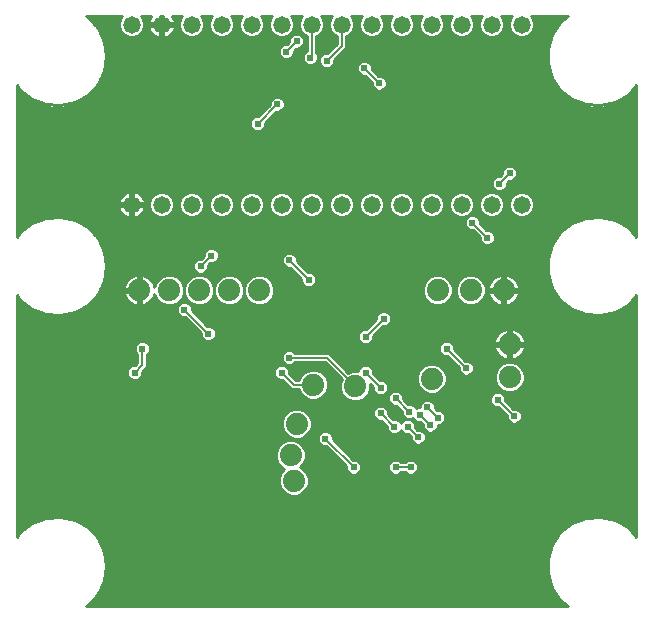
<source format=gbl>
G75*
%MOIN*%
%OFA0B0*%
%FSLAX24Y24*%
%IPPOS*%
%LPD*%
%AMOC8*
5,1,8,0,0,1.08239X$1,22.5*
%
%ADD10C,0.0740*%
%ADD11C,0.0580*%
%ADD12C,0.0100*%
%ADD13C,0.0240*%
%ADD14C,0.0060*%
D10*
X009500Y005400D03*
X009600Y004550D03*
X009700Y006450D03*
X010250Y007750D03*
X011650Y007700D03*
X014200Y007950D03*
X016800Y008000D03*
X016800Y009100D03*
X016600Y010900D03*
X015500Y010900D03*
X014400Y010900D03*
X008450Y010900D03*
X007450Y010900D03*
X006450Y010900D03*
X005450Y010900D03*
X004450Y010900D03*
D11*
X004200Y013750D03*
X005200Y013750D03*
X006200Y013750D03*
X007200Y013750D03*
X008200Y013750D03*
X009200Y013750D03*
X010200Y013750D03*
X011200Y013750D03*
X012200Y013750D03*
X013200Y013750D03*
X014200Y013750D03*
X015200Y013750D03*
X016200Y013750D03*
X017200Y013750D03*
X017200Y019750D03*
X016200Y019750D03*
X015200Y019750D03*
X014200Y019750D03*
X013200Y019750D03*
X012200Y019750D03*
X011200Y019750D03*
X010200Y019750D03*
X009200Y019750D03*
X008200Y019750D03*
X007200Y019750D03*
X006200Y019750D03*
X005200Y019750D03*
X004200Y019750D03*
D12*
X000380Y010740D02*
X000380Y002660D01*
X000490Y002822D01*
X000490Y002822D01*
X000875Y003129D01*
X000875Y003129D01*
X001333Y003309D01*
X001333Y003309D01*
X001823Y003345D01*
X001823Y003345D01*
X002303Y003236D01*
X002303Y003236D01*
X002729Y002990D01*
X002729Y002990D01*
X003063Y002629D01*
X003063Y002629D01*
X003277Y002186D01*
X003277Y002186D01*
X003350Y001700D01*
X003277Y001214D01*
X003277Y001214D01*
X003063Y000771D01*
X003063Y000771D01*
X002729Y000410D01*
X002729Y000410D01*
X002677Y000380D01*
X018738Y000380D01*
X018490Y000578D01*
X018490Y000578D01*
X018490Y000578D01*
X018213Y000984D01*
X018213Y000984D01*
X018068Y001454D01*
X018068Y001946D01*
X018213Y002416D01*
X018213Y002416D01*
X018490Y002822D01*
X018490Y002822D01*
X018490Y002822D01*
X018875Y003129D01*
X018875Y003129D01*
X019333Y003309D01*
X019333Y003309D01*
X019823Y003345D01*
X019823Y003345D01*
X020303Y003236D01*
X020303Y003236D01*
X020729Y002990D01*
X020729Y002990D01*
X021020Y002676D01*
X021020Y010724D01*
X020729Y010410D01*
X020729Y010410D01*
X020303Y010164D01*
X020303Y010164D01*
X019823Y010055D01*
X019823Y010055D01*
X019333Y010091D01*
X019333Y010091D01*
X018875Y010271D01*
X018875Y010271D01*
X018490Y010578D01*
X018490Y010578D01*
X018490Y010578D01*
X018213Y010984D01*
X018213Y010984D01*
X018068Y011454D01*
X018068Y011946D01*
X018068Y011946D01*
X018213Y012416D01*
X018490Y012822D01*
X018490Y012822D01*
X018875Y013129D01*
X019333Y013309D01*
X019333Y013309D01*
X019823Y013345D01*
X019823Y013345D01*
X020303Y013236D01*
X020303Y013236D01*
X020729Y012990D01*
X020729Y012990D01*
X021020Y012676D01*
X021020Y017724D01*
X020729Y017410D01*
X020303Y017164D01*
X020303Y017164D01*
X019823Y017055D01*
X019333Y017091D01*
X018875Y017271D01*
X018875Y017271D01*
X018490Y017578D01*
X018490Y017578D01*
X018490Y017578D01*
X018213Y017984D01*
X018213Y017984D01*
X018068Y018454D01*
X018068Y018946D01*
X018213Y019416D01*
X018213Y019416D01*
X018490Y019822D01*
X018490Y019822D01*
X018738Y020020D01*
X017524Y020020D01*
X017556Y019988D01*
X017620Y019834D01*
X017620Y019666D01*
X017556Y019512D01*
X017438Y019394D01*
X017284Y019330D01*
X017116Y019330D01*
X016962Y019394D01*
X016844Y019512D01*
X016780Y019666D01*
X016780Y019834D01*
X016844Y019988D01*
X016876Y020020D01*
X016524Y020020D01*
X016556Y019988D01*
X016620Y019834D01*
X016620Y019666D01*
X016556Y019512D01*
X016438Y019394D01*
X016284Y019330D01*
X016116Y019330D01*
X015962Y019394D01*
X015844Y019512D01*
X015780Y019666D01*
X015780Y019834D01*
X015844Y019988D01*
X015876Y020020D01*
X015524Y020020D01*
X015556Y019988D01*
X015620Y019834D01*
X015620Y019666D01*
X015556Y019512D01*
X015438Y019394D01*
X015284Y019330D01*
X015116Y019330D01*
X014962Y019394D01*
X014844Y019512D01*
X014780Y019666D01*
X014780Y019834D01*
X014844Y019988D01*
X014876Y020020D01*
X014524Y020020D01*
X014556Y019988D01*
X014620Y019834D01*
X014620Y019666D01*
X014556Y019512D01*
X014438Y019394D01*
X014284Y019330D01*
X014116Y019330D01*
X013962Y019394D01*
X013844Y019512D01*
X013780Y019666D01*
X013780Y019834D01*
X013844Y019988D01*
X013876Y020020D01*
X013524Y020020D01*
X013556Y019988D01*
X013620Y019834D01*
X013620Y019666D01*
X013556Y019512D01*
X013438Y019394D01*
X013284Y019330D01*
X013116Y019330D01*
X012962Y019394D01*
X012844Y019512D01*
X012780Y019666D01*
X012780Y019834D01*
X012844Y019988D01*
X012876Y020020D01*
X012524Y020020D01*
X012556Y019988D01*
X012620Y019834D01*
X012620Y019666D01*
X012556Y019512D01*
X012438Y019394D01*
X012284Y019330D01*
X012116Y019330D01*
X011962Y019394D01*
X011844Y019512D01*
X011780Y019666D01*
X011780Y019834D01*
X011844Y019988D01*
X011876Y020020D01*
X011524Y020020D01*
X011556Y019988D01*
X011620Y019834D01*
X011620Y019666D01*
X011556Y019512D01*
X011438Y019394D01*
X011360Y019362D01*
X011360Y018984D01*
X011266Y018890D01*
X010950Y018574D01*
X010950Y018500D01*
X010912Y018408D01*
X010842Y018338D01*
X010750Y018300D01*
X010650Y018300D01*
X010558Y018338D01*
X010488Y018408D01*
X010450Y018500D01*
X010450Y018600D01*
X010488Y018692D01*
X010558Y018762D01*
X010650Y018800D01*
X010724Y018800D01*
X011040Y019116D01*
X011040Y019362D01*
X010962Y019394D01*
X010844Y019512D01*
X010780Y019666D01*
X010780Y019834D01*
X010844Y019988D01*
X010876Y020020D01*
X010524Y020020D01*
X010556Y019988D01*
X010620Y019834D01*
X010620Y019666D01*
X010556Y019512D01*
X010438Y019394D01*
X010360Y019362D01*
X010360Y018794D01*
X010362Y018792D01*
X010400Y018700D01*
X010400Y018600D01*
X010362Y018508D01*
X010292Y018438D01*
X010200Y018400D01*
X010100Y018400D01*
X010008Y018438D01*
X009938Y018508D01*
X009900Y018600D01*
X009900Y018700D01*
X009938Y018792D01*
X010008Y018862D01*
X010040Y018875D01*
X010040Y019362D01*
X009962Y019394D01*
X009844Y019512D01*
X009780Y019666D01*
X009780Y019834D01*
X009844Y019988D01*
X009876Y020020D01*
X009524Y020020D01*
X009556Y019988D01*
X009620Y019834D01*
X009620Y019666D01*
X009556Y019512D01*
X009438Y019394D01*
X009284Y019330D01*
X009116Y019330D01*
X008962Y019394D01*
X008844Y019512D01*
X008780Y019666D01*
X008780Y019834D01*
X008844Y019988D01*
X008876Y020020D01*
X008524Y020020D01*
X008556Y019988D01*
X008620Y019834D01*
X008620Y019666D01*
X008556Y019512D01*
X008438Y019394D01*
X008284Y019330D01*
X008116Y019330D01*
X007962Y019394D01*
X007844Y019512D01*
X007780Y019666D01*
X007780Y019834D01*
X007844Y019988D01*
X007876Y020020D01*
X007524Y020020D01*
X007556Y019988D01*
X007620Y019834D01*
X007620Y019666D01*
X007556Y019512D01*
X007438Y019394D01*
X007284Y019330D01*
X007116Y019330D01*
X006962Y019394D01*
X006844Y019512D01*
X006780Y019666D01*
X006780Y019834D01*
X006844Y019988D01*
X006876Y020020D01*
X006524Y020020D01*
X006556Y019988D01*
X006620Y019834D01*
X006620Y019666D01*
X006556Y019512D01*
X006438Y019394D01*
X006284Y019330D01*
X006116Y019330D01*
X005962Y019394D01*
X005844Y019512D01*
X005780Y019666D01*
X005780Y019834D01*
X005844Y019988D01*
X005876Y020020D01*
X005548Y020020D01*
X005576Y019981D01*
X005608Y019919D01*
X005629Y019853D01*
X005638Y019795D01*
X005245Y019795D01*
X005245Y019705D01*
X005638Y019705D01*
X005629Y019647D01*
X005608Y019581D01*
X005576Y019519D01*
X005536Y019463D01*
X005487Y019414D01*
X005431Y019374D01*
X005369Y019342D01*
X005303Y019321D01*
X005245Y019312D01*
X005245Y019705D01*
X005155Y019705D01*
X005155Y019312D01*
X005097Y019321D01*
X005031Y019342D01*
X004969Y019374D01*
X004913Y019414D01*
X004864Y019463D01*
X004824Y019519D01*
X004792Y019581D01*
X004771Y019647D01*
X004762Y019705D01*
X005155Y019705D01*
X005155Y019795D01*
X005155Y020020D01*
X005245Y020020D01*
X005245Y019795D01*
X005155Y019795D01*
X004762Y019795D01*
X004771Y019853D01*
X004792Y019919D01*
X004824Y019981D01*
X004852Y020020D01*
X004524Y020020D01*
X004556Y019988D01*
X004620Y019834D01*
X004620Y019666D01*
X004556Y019512D01*
X004438Y019394D01*
X004284Y019330D01*
X004116Y019330D01*
X003962Y019394D01*
X003844Y019512D01*
X003780Y019666D01*
X003780Y019834D01*
X003844Y019988D01*
X003876Y020020D01*
X002677Y020020D01*
X002729Y019990D01*
X002729Y019990D01*
X003063Y019629D01*
X003063Y019629D01*
X003277Y019186D01*
X003277Y019186D01*
X003350Y018700D01*
X003277Y018214D01*
X003277Y018214D01*
X003063Y017771D01*
X012200Y017771D01*
X012200Y017750D02*
X012238Y017658D01*
X012308Y017588D01*
X012400Y017550D01*
X012500Y017550D01*
X012592Y017588D01*
X012662Y017658D01*
X012700Y017750D01*
X012700Y017850D01*
X012662Y017942D01*
X012592Y018012D01*
X012500Y018050D01*
X012426Y018050D01*
X012200Y018276D01*
X012200Y018350D01*
X012162Y018442D01*
X012092Y018512D01*
X012000Y018550D01*
X011900Y018550D01*
X011808Y018512D01*
X011738Y018442D01*
X011700Y018350D01*
X011700Y018250D01*
X011738Y018158D01*
X011808Y018088D01*
X011900Y018050D01*
X011974Y018050D01*
X012200Y017824D01*
X012200Y017750D01*
X012232Y017672D02*
X002972Y017672D01*
X003063Y017771D02*
X002729Y017410D01*
X002729Y017410D01*
X002729Y017410D01*
X002303Y017164D01*
X002303Y017164D01*
X001823Y017055D01*
X001823Y017055D01*
X001333Y017091D01*
X001333Y017091D01*
X000875Y017271D01*
X000875Y017271D01*
X000490Y017578D01*
X000490Y017578D01*
X000490Y017578D01*
X000380Y017740D01*
X000380Y012660D01*
X000490Y012822D01*
X000490Y012822D01*
X000490Y012822D01*
X000875Y013129D01*
X000875Y013129D01*
X001333Y013309D01*
X001333Y013309D01*
X001823Y013345D01*
X001823Y013345D01*
X002303Y013236D01*
X002303Y013236D01*
X002729Y012990D01*
X002729Y012990D01*
X003063Y012629D01*
X003277Y012186D01*
X003350Y011700D01*
X003350Y011700D01*
X003277Y011214D01*
X003277Y011214D01*
X003063Y010771D01*
X003063Y010771D01*
X002729Y010410D01*
X002729Y010410D01*
X002303Y010164D01*
X002303Y010164D01*
X001823Y010055D01*
X001823Y010055D01*
X001333Y010091D01*
X001333Y010091D01*
X000875Y010271D01*
X000875Y010271D01*
X000490Y010578D01*
X000490Y010578D01*
X000490Y010578D01*
X000380Y010740D01*
X000380Y010679D02*
X000422Y010679D01*
X000380Y010580D02*
X000489Y010580D01*
X000380Y010482D02*
X000611Y010482D01*
X000735Y010383D02*
X000380Y010383D01*
X000380Y010285D02*
X000858Y010285D01*
X001092Y010186D02*
X000380Y010186D01*
X000380Y010088D02*
X001384Y010088D01*
X001967Y010088D02*
X005759Y010088D01*
X005738Y010108D02*
X005808Y010038D01*
X005900Y010000D01*
X005974Y010000D01*
X006500Y009474D01*
X006500Y009400D01*
X006538Y009308D01*
X006608Y009238D01*
X006700Y009200D01*
X006800Y009200D01*
X006892Y009238D01*
X006962Y009308D01*
X007000Y009400D01*
X007000Y009500D01*
X006962Y009592D01*
X006892Y009662D01*
X006800Y009700D01*
X006726Y009700D01*
X006200Y010226D01*
X006200Y010300D01*
X006162Y010392D01*
X006092Y010462D01*
X006000Y010500D01*
X005900Y010500D01*
X005808Y010462D01*
X005738Y010392D01*
X005700Y010300D01*
X005700Y010200D01*
X005738Y010108D01*
X005706Y010186D02*
X002341Y010186D01*
X002511Y010285D02*
X005700Y010285D01*
X005735Y010383D02*
X004510Y010383D01*
X004500Y010383D02*
X004400Y010383D01*
X004400Y010381D02*
X004400Y010850D01*
X003931Y010850D01*
X003943Y010778D01*
X003968Y010700D01*
X004005Y010627D01*
X004053Y010561D01*
X004111Y010503D01*
X004177Y010455D01*
X004250Y010418D01*
X004328Y010393D01*
X004400Y010381D01*
X004390Y010383D02*
X002682Y010383D01*
X002795Y010482D02*
X004141Y010482D01*
X004040Y010580D02*
X002887Y010580D01*
X002978Y010679D02*
X003979Y010679D01*
X003943Y010777D02*
X003066Y010777D01*
X003114Y010876D02*
X004400Y010876D01*
X004400Y010850D02*
X004400Y010950D01*
X004400Y011419D01*
X004328Y011407D01*
X004250Y011382D01*
X004177Y011345D01*
X004111Y011297D01*
X004053Y011239D01*
X004005Y011173D01*
X003968Y011100D01*
X003943Y011022D01*
X003931Y010950D01*
X004400Y010950D01*
X004500Y010950D01*
X004500Y011419D01*
X004572Y011407D01*
X004650Y011382D01*
X004723Y011345D01*
X004789Y011297D01*
X004847Y011239D01*
X004895Y011173D01*
X004932Y011100D01*
X004957Y011022D01*
X004958Y011018D01*
X005026Y011183D01*
X005167Y011324D01*
X005351Y011400D01*
X005549Y011400D01*
X005733Y011324D01*
X005874Y011183D01*
X005950Y010999D01*
X005950Y010801D01*
X005874Y010617D01*
X005733Y010476D01*
X005549Y010400D01*
X005351Y010400D01*
X005167Y010476D01*
X005026Y010617D01*
X004958Y010782D01*
X004957Y010778D01*
X004932Y010700D01*
X004895Y010627D01*
X004847Y010561D01*
X004789Y010503D01*
X004723Y010455D01*
X004650Y010418D01*
X004572Y010393D01*
X004500Y010381D01*
X004500Y010850D01*
X004400Y010850D01*
X004400Y010777D02*
X004500Y010777D01*
X004500Y010679D02*
X004400Y010679D01*
X004400Y010580D02*
X004500Y010580D01*
X004500Y010482D02*
X004400Y010482D01*
X004759Y010482D02*
X005161Y010482D01*
X005063Y010580D02*
X004860Y010580D01*
X004921Y010679D02*
X005001Y010679D01*
X004960Y010777D02*
X004957Y010777D01*
X004941Y011073D02*
X004980Y011073D01*
X005021Y011171D02*
X004896Y011171D01*
X004816Y011270D02*
X005112Y011270D01*
X005273Y011368D02*
X004677Y011368D01*
X004500Y011368D02*
X004400Y011368D01*
X004400Y011270D02*
X004500Y011270D01*
X004500Y011171D02*
X004400Y011171D01*
X004400Y011073D02*
X004500Y011073D01*
X004500Y010974D02*
X004400Y010974D01*
X004223Y011368D02*
X003300Y011368D01*
X003285Y011270D02*
X004084Y011270D01*
X004004Y011171D02*
X003256Y011171D01*
X003209Y011073D02*
X003959Y011073D01*
X003935Y010974D02*
X003161Y010974D01*
X003315Y011467D02*
X006410Y011467D01*
X006450Y011450D02*
X006550Y011450D01*
X006642Y011488D01*
X006712Y011558D01*
X006750Y011650D01*
X006750Y011724D01*
X006826Y011800D01*
X006900Y011800D01*
X006992Y011838D01*
X007062Y011908D01*
X007100Y012000D01*
X007100Y012100D01*
X007062Y012192D01*
X006992Y012262D01*
X006900Y012300D01*
X006800Y012300D01*
X006708Y012262D01*
X006638Y012192D01*
X006600Y012100D01*
X006600Y012026D01*
X006524Y011950D01*
X006450Y011950D01*
X006358Y011912D01*
X006288Y011842D01*
X006250Y011750D01*
X006250Y011650D01*
X006288Y011558D01*
X006358Y011488D01*
X006450Y011450D01*
X006549Y011400D02*
X006351Y011400D01*
X006167Y011324D01*
X006026Y011183D01*
X005950Y010999D01*
X005950Y010801D01*
X006026Y010617D01*
X006167Y010476D01*
X006351Y010400D01*
X006549Y010400D01*
X006733Y010476D01*
X006874Y010617D01*
X006950Y010801D01*
X006950Y010999D01*
X006874Y011183D01*
X006733Y011324D01*
X006549Y011400D01*
X006590Y011467D02*
X009657Y011467D01*
X009559Y011565D02*
X006715Y011565D01*
X006750Y011664D02*
X009368Y011664D01*
X009400Y011650D02*
X009474Y011650D01*
X009850Y011274D01*
X009850Y011200D01*
X009888Y011108D01*
X009958Y011038D01*
X010050Y011000D01*
X010150Y011000D01*
X010242Y011038D01*
X010312Y011108D01*
X010350Y011200D01*
X010350Y011300D01*
X010312Y011392D01*
X010242Y011462D01*
X010150Y011500D01*
X010076Y011500D01*
X009700Y011876D01*
X009700Y011950D01*
X009662Y012042D01*
X009592Y012112D01*
X009500Y012150D01*
X009400Y012150D01*
X009308Y012112D01*
X009238Y012042D01*
X009200Y011950D01*
X009200Y011850D01*
X009238Y011758D01*
X009308Y011688D01*
X009400Y011650D01*
X009237Y011762D02*
X006788Y011762D01*
X007014Y011861D02*
X009200Y011861D01*
X009204Y011959D02*
X007083Y011959D01*
X007100Y012058D02*
X009254Y012058D01*
X009646Y012058D02*
X018103Y012058D01*
X018133Y012156D02*
X007077Y012156D01*
X006999Y012255D02*
X018164Y012255D01*
X018194Y012353D02*
X003196Y012353D01*
X003149Y012452D02*
X015895Y012452D01*
X015908Y012438D02*
X016000Y012400D01*
X016100Y012400D01*
X016192Y012438D01*
X016262Y012508D01*
X016300Y012600D01*
X016300Y012700D01*
X016262Y012792D01*
X016192Y012862D01*
X016100Y012900D01*
X016026Y012900D01*
X015800Y013126D01*
X015800Y013200D01*
X015762Y013292D01*
X015692Y013362D01*
X015600Y013400D01*
X015500Y013400D01*
X015408Y013362D01*
X015338Y013292D01*
X015300Y013200D01*
X015300Y013100D01*
X015338Y013008D01*
X015408Y012938D01*
X015500Y012900D01*
X015574Y012900D01*
X015800Y012674D01*
X015800Y012600D01*
X015838Y012508D01*
X015908Y012438D01*
X015821Y012550D02*
X003102Y012550D01*
X003046Y012649D02*
X015800Y012649D01*
X015727Y012747D02*
X002954Y012747D01*
X002863Y012846D02*
X015628Y012846D01*
X015402Y012944D02*
X002771Y012944D01*
X002638Y013043D02*
X015324Y013043D01*
X015300Y013141D02*
X002467Y013141D01*
X002287Y013240D02*
X015316Y013240D01*
X015284Y013330D02*
X015438Y013394D01*
X015556Y013512D01*
X015620Y013666D01*
X015620Y013834D01*
X015556Y013988D01*
X015438Y014106D01*
X015284Y014170D01*
X015116Y014170D01*
X014962Y014106D01*
X014844Y013988D01*
X014780Y013834D01*
X014780Y013666D01*
X014844Y013512D01*
X014962Y013394D01*
X015116Y013330D01*
X015284Y013330D01*
X015303Y013338D02*
X015384Y013338D01*
X015480Y013437D02*
X015920Y013437D01*
X015962Y013394D02*
X016116Y013330D01*
X016284Y013330D01*
X016438Y013394D01*
X016556Y013512D01*
X016620Y013666D01*
X016620Y013834D01*
X016556Y013988D01*
X016438Y014106D01*
X016284Y014170D01*
X016116Y014170D01*
X015962Y014106D01*
X015844Y013988D01*
X015780Y013834D01*
X015780Y013666D01*
X015844Y013512D01*
X015962Y013394D01*
X016097Y013338D02*
X015716Y013338D01*
X015784Y013240D02*
X019157Y013240D01*
X018906Y013141D02*
X015800Y013141D01*
X015884Y013043D02*
X018767Y013043D01*
X018643Y012944D02*
X015982Y012944D01*
X016208Y012846D02*
X018520Y012846D01*
X018439Y012747D02*
X016280Y012747D01*
X016300Y012649D02*
X018372Y012649D01*
X018305Y012550D02*
X016279Y012550D01*
X016205Y012452D02*
X018238Y012452D01*
X018072Y011959D02*
X009696Y011959D01*
X009716Y011861D02*
X018068Y011861D01*
X018068Y011762D02*
X009814Y011762D01*
X009913Y011664D02*
X018068Y011664D01*
X018068Y011565D02*
X010011Y011565D01*
X010231Y011467D02*
X018068Y011467D01*
X018095Y011368D02*
X016827Y011368D01*
X016800Y011382D02*
X016722Y011407D01*
X016650Y011419D01*
X016650Y010950D01*
X016550Y010950D01*
X016550Y011419D01*
X016478Y011407D01*
X016400Y011382D01*
X016327Y011345D01*
X016261Y011297D01*
X016203Y011239D01*
X016155Y011173D01*
X016118Y011100D01*
X016093Y011022D01*
X016081Y010950D01*
X016550Y010950D01*
X016550Y010850D01*
X016081Y010850D01*
X016093Y010778D01*
X016118Y010700D01*
X016155Y010627D01*
X016203Y010561D01*
X016261Y010503D01*
X016327Y010455D01*
X016400Y010418D01*
X016478Y010393D01*
X016550Y010381D01*
X016550Y010850D01*
X016650Y010850D01*
X016650Y010950D01*
X017119Y010950D01*
X017107Y011022D01*
X017082Y011100D01*
X017045Y011173D01*
X016997Y011239D01*
X016939Y011297D01*
X016873Y011345D01*
X016800Y011382D01*
X016650Y011368D02*
X016550Y011368D01*
X016550Y011270D02*
X016650Y011270D01*
X016650Y011171D02*
X016550Y011171D01*
X016550Y011073D02*
X016650Y011073D01*
X016650Y010974D02*
X016550Y010974D01*
X016550Y010876D02*
X016000Y010876D01*
X016000Y010801D02*
X015924Y010617D01*
X015783Y010476D01*
X015599Y010400D01*
X015401Y010400D01*
X015217Y010476D01*
X015076Y010617D01*
X015000Y010801D01*
X015000Y010999D01*
X015076Y011183D01*
X015217Y011324D01*
X015401Y011400D01*
X015599Y011400D01*
X015783Y011324D01*
X015924Y011183D01*
X016000Y010999D01*
X016000Y010801D01*
X015990Y010777D02*
X016093Y010777D01*
X016129Y010679D02*
X015949Y010679D01*
X015887Y010580D02*
X016190Y010580D01*
X016291Y010482D02*
X015789Y010482D01*
X016000Y010974D02*
X016085Y010974D01*
X016109Y011073D02*
X015970Y011073D01*
X015929Y011171D02*
X016154Y011171D01*
X016234Y011270D02*
X015838Y011270D01*
X015677Y011368D02*
X016373Y011368D01*
X016650Y010876D02*
X018287Y010876D01*
X018220Y010974D02*
X017115Y010974D01*
X017091Y011073D02*
X018186Y011073D01*
X018156Y011171D02*
X017046Y011171D01*
X016966Y011270D02*
X018125Y011270D01*
X018355Y010777D02*
X017107Y010777D01*
X017107Y010778D02*
X017119Y010850D01*
X016650Y010850D01*
X016650Y010381D01*
X016722Y010393D01*
X016800Y010418D01*
X016873Y010455D01*
X016939Y010503D01*
X016997Y010561D01*
X017045Y010627D01*
X017082Y010700D01*
X017107Y010778D01*
X017071Y010679D02*
X018422Y010679D01*
X018489Y010580D02*
X017010Y010580D01*
X016909Y010482D02*
X018611Y010482D01*
X018735Y010383D02*
X016660Y010383D01*
X016650Y010383D02*
X016550Y010383D01*
X016540Y010383D02*
X006165Y010383D01*
X006161Y010482D02*
X006044Y010482D01*
X006063Y010580D02*
X005837Y010580D01*
X005856Y010482D02*
X005739Y010482D01*
X005899Y010679D02*
X006001Y010679D01*
X005960Y010777D02*
X005940Y010777D01*
X005950Y010876D02*
X005950Y010876D01*
X005950Y010974D02*
X005950Y010974D01*
X005920Y011073D02*
X005980Y011073D01*
X006021Y011171D02*
X005879Y011171D01*
X005788Y011270D02*
X006112Y011270D01*
X006273Y011368D02*
X005627Y011368D01*
X006250Y011664D02*
X003345Y011664D01*
X003341Y011762D02*
X006255Y011762D01*
X006307Y011861D02*
X003326Y011861D01*
X003311Y011959D02*
X006533Y011959D01*
X006600Y012058D02*
X003296Y012058D01*
X003281Y012156D02*
X006623Y012156D01*
X006701Y012255D02*
X003244Y012255D01*
X003330Y011565D02*
X006285Y011565D01*
X006627Y011368D02*
X007273Y011368D01*
X007351Y011400D02*
X007167Y011324D01*
X007026Y011183D01*
X006950Y010999D01*
X006950Y010801D01*
X007026Y010617D01*
X007167Y010476D01*
X007351Y010400D01*
X007549Y010400D01*
X007733Y010476D01*
X007874Y010617D01*
X007950Y010801D01*
X007950Y010999D01*
X007874Y011183D01*
X007733Y011324D01*
X007549Y011400D01*
X007351Y011400D01*
X007627Y011368D02*
X008273Y011368D01*
X008351Y011400D02*
X008167Y011324D01*
X008026Y011183D01*
X007950Y010999D01*
X007950Y010801D01*
X008026Y010617D01*
X008167Y010476D01*
X008351Y010400D01*
X008549Y010400D01*
X008733Y010476D01*
X008874Y010617D01*
X008950Y010801D01*
X008950Y010999D01*
X008874Y011183D01*
X008733Y011324D01*
X008549Y011400D01*
X008351Y011400D01*
X008112Y011270D02*
X007788Y011270D01*
X007879Y011171D02*
X008021Y011171D01*
X007980Y011073D02*
X007920Y011073D01*
X007950Y010974D02*
X007950Y010974D01*
X007950Y010876D02*
X007950Y010876D01*
X007940Y010777D02*
X007960Y010777D01*
X008001Y010679D02*
X007899Y010679D01*
X007837Y010580D02*
X008063Y010580D01*
X008161Y010482D02*
X007739Y010482D01*
X007161Y010482D02*
X006739Y010482D01*
X006837Y010580D02*
X007063Y010580D01*
X007001Y010679D02*
X006899Y010679D01*
X006940Y010777D02*
X006960Y010777D01*
X006950Y010876D02*
X006950Y010876D01*
X006950Y010974D02*
X006950Y010974D01*
X006920Y011073D02*
X006980Y011073D01*
X007021Y011171D02*
X006879Y011171D01*
X006788Y011270D02*
X007112Y011270D01*
X006200Y010285D02*
X018858Y010285D01*
X019092Y010186D02*
X012683Y010186D01*
X012650Y010200D02*
X012550Y010200D01*
X012458Y010162D01*
X012388Y010092D01*
X012350Y010000D01*
X012350Y009926D01*
X012024Y009600D01*
X011950Y009600D01*
X011858Y009562D01*
X011788Y009492D01*
X011750Y009400D01*
X011750Y009300D01*
X011788Y009208D01*
X011858Y009138D01*
X011950Y009100D01*
X012050Y009100D01*
X012142Y009138D01*
X012212Y009208D01*
X012250Y009300D01*
X012250Y009374D01*
X012576Y009700D01*
X012650Y009700D01*
X012742Y009738D01*
X012812Y009808D01*
X012850Y009900D01*
X012850Y010000D01*
X012812Y010092D01*
X012742Y010162D01*
X012650Y010200D01*
X012517Y010186D02*
X006240Y010186D01*
X006339Y010088D02*
X012386Y010088D01*
X012350Y009989D02*
X006437Y009989D01*
X006536Y009891D02*
X012314Y009891D01*
X012216Y009792D02*
X006634Y009792D01*
X006815Y009694D02*
X012117Y009694D01*
X011938Y009595D02*
X006959Y009595D01*
X007000Y009497D02*
X011793Y009497D01*
X011750Y009398D02*
X006999Y009398D01*
X006953Y009300D02*
X011750Y009300D01*
X011795Y009201D02*
X006802Y009201D01*
X006698Y009201D02*
X000380Y009201D01*
X000380Y009103D02*
X004349Y009103D01*
X004338Y009092D02*
X004300Y009000D01*
X004300Y008900D01*
X004338Y008808D01*
X004390Y008756D01*
X004390Y008466D01*
X004324Y008400D01*
X004250Y008400D01*
X004158Y008362D01*
X004088Y008292D01*
X004050Y008200D01*
X004050Y008100D01*
X004088Y008008D01*
X004158Y007938D01*
X004250Y007900D01*
X004350Y007900D01*
X004442Y007938D01*
X004512Y008008D01*
X004550Y008100D01*
X004550Y008174D01*
X004616Y008240D01*
X004710Y008334D01*
X004710Y008756D01*
X004762Y008808D01*
X004800Y008900D01*
X004800Y009000D01*
X004762Y009092D01*
X004692Y009162D01*
X004600Y009200D01*
X004500Y009200D01*
X004408Y009162D01*
X004338Y009092D01*
X004302Y009004D02*
X000380Y009004D01*
X000380Y008906D02*
X004300Y008906D01*
X004339Y008807D02*
X000380Y008807D01*
X000380Y008709D02*
X004390Y008709D01*
X004390Y008610D02*
X000380Y008610D01*
X000380Y008512D02*
X004390Y008512D01*
X004337Y008413D02*
X000380Y008413D01*
X000380Y008315D02*
X004111Y008315D01*
X004057Y008216D02*
X000380Y008216D01*
X000380Y008118D02*
X004050Y008118D01*
X004084Y008019D02*
X000380Y008019D01*
X000380Y007921D02*
X004201Y007921D01*
X004399Y007921D02*
X009101Y007921D01*
X009058Y007938D02*
X009150Y007900D01*
X009224Y007900D01*
X009440Y007684D01*
X009440Y007684D01*
X009534Y007590D01*
X009775Y007590D01*
X009826Y007467D01*
X009967Y007326D01*
X010151Y007250D01*
X010349Y007250D01*
X010533Y007326D01*
X010674Y007467D01*
X010750Y007651D01*
X010750Y007849D01*
X010674Y008033D01*
X010533Y008174D01*
X010349Y008250D01*
X010151Y008250D01*
X009967Y008174D01*
X009826Y008033D01*
X009775Y007910D01*
X009666Y007910D01*
X009450Y008126D01*
X009450Y008200D01*
X009412Y008292D01*
X009342Y008362D01*
X009250Y008400D01*
X009150Y008400D01*
X009058Y008362D01*
X008988Y008292D01*
X008950Y008200D01*
X008950Y008100D01*
X008988Y008008D01*
X009058Y007938D01*
X008984Y008019D02*
X004516Y008019D01*
X004550Y008118D02*
X008950Y008118D01*
X008957Y008216D02*
X004592Y008216D01*
X004691Y008315D02*
X009011Y008315D01*
X009238Y008508D02*
X009308Y008438D01*
X009400Y008400D01*
X009500Y008400D01*
X009592Y008438D01*
X009644Y008490D01*
X010634Y008490D01*
X011201Y007923D01*
X011150Y007799D01*
X011150Y007601D01*
X011226Y007417D01*
X011367Y007276D01*
X011551Y007200D01*
X011749Y007200D01*
X011933Y007276D01*
X012074Y007417D01*
X012150Y007601D01*
X012150Y007774D01*
X012250Y007674D01*
X012250Y007600D01*
X012288Y007508D01*
X012358Y007438D01*
X012450Y007400D01*
X012550Y007400D01*
X012642Y007438D01*
X012712Y007508D01*
X012750Y007600D01*
X012750Y007700D01*
X012712Y007792D01*
X012642Y007862D01*
X012550Y007900D01*
X012476Y007900D01*
X012250Y008126D01*
X012250Y008200D01*
X012212Y008292D01*
X012142Y008362D01*
X012050Y008400D01*
X011950Y008400D01*
X011858Y008362D01*
X011788Y008292D01*
X011750Y008200D01*
X011749Y008200D01*
X011551Y008200D01*
X011427Y008149D01*
X010766Y008810D01*
X009644Y008810D01*
X009592Y008862D01*
X009500Y008900D01*
X009400Y008900D01*
X009308Y008862D01*
X009238Y008792D01*
X009200Y008700D01*
X009200Y008600D01*
X009238Y008508D01*
X009237Y008512D02*
X004710Y008512D01*
X004710Y008610D02*
X009200Y008610D01*
X009204Y008709D02*
X004710Y008709D01*
X004761Y008807D02*
X009253Y008807D01*
X009369Y008413D02*
X004710Y008413D01*
X004800Y008906D02*
X014450Y008906D01*
X014450Y008900D02*
X014488Y008808D01*
X014558Y008738D01*
X014650Y008700D01*
X014724Y008700D01*
X015100Y008324D01*
X015100Y008250D01*
X015138Y008158D01*
X015208Y008088D01*
X015300Y008050D01*
X015400Y008050D01*
X015492Y008088D01*
X015562Y008158D01*
X015600Y008250D01*
X015600Y008350D01*
X015562Y008442D01*
X015492Y008512D01*
X015400Y008550D01*
X015326Y008550D01*
X014950Y008926D01*
X014950Y009000D01*
X014912Y009092D01*
X014842Y009162D01*
X014750Y009200D01*
X014650Y009200D01*
X014558Y009162D01*
X014488Y009092D01*
X014450Y009000D01*
X014450Y008900D01*
X014489Y008807D02*
X010769Y008807D01*
X010868Y008709D02*
X014630Y008709D01*
X014814Y008610D02*
X010966Y008610D01*
X011065Y008512D02*
X014912Y008512D01*
X015011Y008413D02*
X014389Y008413D01*
X014299Y008450D02*
X014101Y008450D01*
X013917Y008374D01*
X013776Y008233D01*
X013700Y008049D01*
X013700Y007851D01*
X013776Y007667D01*
X013917Y007526D01*
X014101Y007450D01*
X014299Y007450D01*
X014483Y007526D01*
X014624Y007667D01*
X014700Y007851D01*
X014700Y008049D01*
X014624Y008233D01*
X014483Y008374D01*
X014299Y008450D01*
X014543Y008315D02*
X015100Y008315D01*
X015114Y008216D02*
X014631Y008216D01*
X014672Y008118D02*
X015179Y008118D01*
X015521Y008118D02*
X016307Y008118D01*
X016300Y008099D02*
X016300Y007901D01*
X016376Y007717D01*
X016517Y007576D01*
X016701Y007500D01*
X016899Y007500D01*
X017083Y007576D01*
X017224Y007717D01*
X017300Y007901D01*
X017300Y008099D01*
X017224Y008283D01*
X017083Y008424D01*
X016899Y008500D01*
X016701Y008500D01*
X016517Y008424D01*
X016376Y008283D01*
X016300Y008099D01*
X016300Y008019D02*
X014700Y008019D01*
X014700Y007921D02*
X016300Y007921D01*
X016333Y007822D02*
X014688Y007822D01*
X014647Y007724D02*
X016373Y007724D01*
X016468Y007625D02*
X014582Y007625D01*
X014484Y007527D02*
X016637Y007527D01*
X016542Y007462D02*
X016612Y007392D01*
X016650Y007300D01*
X016650Y007226D01*
X016926Y006950D01*
X017000Y006950D01*
X017092Y006912D01*
X017162Y006842D01*
X017200Y006750D01*
X017200Y006650D01*
X017162Y006558D01*
X017092Y006488D01*
X017000Y006450D01*
X016900Y006450D01*
X016808Y006488D01*
X016738Y006558D01*
X016700Y006650D01*
X016700Y006724D01*
X016424Y007000D01*
X016350Y007000D01*
X016258Y007038D01*
X016188Y007108D01*
X016150Y007200D01*
X016150Y007300D01*
X016188Y007392D01*
X016258Y007462D01*
X016350Y007500D01*
X016450Y007500D01*
X016542Y007462D01*
X016576Y007428D02*
X021020Y007428D01*
X021020Y007330D02*
X016638Y007330D01*
X016650Y007231D02*
X021020Y007231D01*
X021020Y007133D02*
X016744Y007133D01*
X016842Y007034D02*
X021020Y007034D01*
X021020Y006936D02*
X017035Y006936D01*
X017164Y006837D02*
X021020Y006837D01*
X021020Y006739D02*
X017200Y006739D01*
X017196Y006640D02*
X021020Y006640D01*
X021020Y006542D02*
X017145Y006542D01*
X016755Y006542D02*
X014626Y006542D01*
X014612Y006508D02*
X014650Y006600D01*
X014650Y006700D01*
X014612Y006792D01*
X014542Y006862D01*
X014450Y006900D01*
X014376Y006900D01*
X014300Y006976D01*
X014300Y007050D01*
X014262Y007142D01*
X014192Y007212D01*
X014100Y007250D01*
X014000Y007250D01*
X013908Y007212D01*
X013838Y007142D01*
X013800Y007050D01*
X013800Y007000D01*
X013750Y007000D01*
X013672Y006968D01*
X013662Y006992D01*
X013592Y007062D01*
X013500Y007100D01*
X013426Y007100D01*
X013250Y007276D01*
X013250Y007350D01*
X013212Y007442D01*
X013142Y007512D01*
X013050Y007550D01*
X012950Y007550D01*
X012858Y007512D01*
X012788Y007442D01*
X012750Y007350D01*
X012750Y007250D01*
X012788Y007158D01*
X012858Y007088D01*
X012950Y007050D01*
X013024Y007050D01*
X013200Y006874D01*
X013200Y006800D01*
X013238Y006708D01*
X013308Y006638D01*
X013400Y006600D01*
X013500Y006600D01*
X013578Y006632D01*
X013588Y006608D01*
X013658Y006538D01*
X013750Y006500D01*
X013824Y006500D01*
X013900Y006424D01*
X013900Y006350D01*
X013938Y006258D01*
X014008Y006188D01*
X014100Y006150D01*
X014200Y006150D01*
X014292Y006188D01*
X014362Y006258D01*
X014400Y006350D01*
X014400Y006400D01*
X014450Y006400D01*
X014542Y006438D01*
X014612Y006508D01*
X014547Y006443D02*
X021020Y006443D01*
X021020Y006345D02*
X014398Y006345D01*
X014350Y006246D02*
X021020Y006246D01*
X021020Y006148D02*
X013956Y006148D01*
X013962Y006142D02*
X013892Y006212D01*
X013800Y006250D01*
X013726Y006250D01*
X013650Y006326D01*
X013650Y006400D01*
X013612Y006492D01*
X013542Y006562D01*
X013450Y006600D01*
X013350Y006600D01*
X013258Y006562D01*
X013188Y006492D01*
X013175Y006460D01*
X013162Y006492D01*
X013092Y006562D01*
X013000Y006600D01*
X012926Y006600D01*
X012750Y006776D01*
X012750Y006850D01*
X012712Y006942D01*
X012642Y007012D01*
X012550Y007050D01*
X012450Y007050D01*
X012358Y007012D01*
X012288Y006942D01*
X012250Y006850D01*
X012250Y006750D01*
X012288Y006658D01*
X012358Y006588D01*
X012450Y006550D01*
X012524Y006550D01*
X012700Y006374D01*
X012700Y006300D01*
X012738Y006208D01*
X012808Y006138D01*
X012900Y006100D01*
X013000Y006100D01*
X013092Y006138D01*
X013162Y006208D01*
X013175Y006240D01*
X013188Y006208D01*
X013258Y006138D01*
X013350Y006100D01*
X013424Y006100D01*
X013500Y006024D01*
X013500Y005950D01*
X013538Y005858D01*
X013608Y005788D01*
X013700Y005750D01*
X013800Y005750D01*
X013892Y005788D01*
X013962Y005858D01*
X014000Y005950D01*
X014000Y006050D01*
X013962Y006142D01*
X014000Y006049D02*
X021020Y006049D01*
X021020Y005951D02*
X014000Y005951D01*
X013956Y005852D02*
X021020Y005852D01*
X021020Y005754D02*
X013808Y005754D01*
X013692Y005754D02*
X011073Y005754D01*
X010974Y005852D02*
X013544Y005852D01*
X013500Y005951D02*
X010900Y005951D01*
X010900Y005926D02*
X011576Y005250D01*
X011650Y005250D01*
X011742Y005212D01*
X011812Y005142D01*
X011850Y005050D01*
X011850Y004950D01*
X011812Y004858D01*
X011742Y004788D01*
X011650Y004750D01*
X011550Y004750D01*
X011458Y004788D01*
X011388Y004858D01*
X011350Y004950D01*
X011350Y005024D01*
X010674Y005700D01*
X010600Y005700D01*
X010508Y005738D01*
X010438Y005808D01*
X010400Y005900D01*
X010400Y006000D01*
X010438Y006092D01*
X010508Y006162D01*
X010600Y006200D01*
X010700Y006200D01*
X010792Y006162D01*
X010862Y006092D01*
X010900Y006000D01*
X010900Y005926D01*
X010880Y006049D02*
X013475Y006049D01*
X013249Y006148D02*
X013101Y006148D01*
X012799Y006148D02*
X010806Y006148D01*
X010494Y006148D02*
X010105Y006148D01*
X010124Y006167D02*
X010200Y006351D01*
X010200Y006549D01*
X010124Y006733D01*
X009983Y006874D01*
X009799Y006950D01*
X009601Y006950D01*
X009417Y006874D01*
X009276Y006733D01*
X009200Y006549D01*
X009200Y006351D01*
X009276Y006167D01*
X009417Y006026D01*
X009601Y005950D01*
X009799Y005950D01*
X009983Y006026D01*
X010124Y006167D01*
X010157Y006246D02*
X012722Y006246D01*
X012700Y006345D02*
X010197Y006345D01*
X010200Y006443D02*
X012631Y006443D01*
X012532Y006542D02*
X010200Y006542D01*
X010162Y006640D02*
X012306Y006640D01*
X012255Y006739D02*
X010119Y006739D01*
X010020Y006837D02*
X012250Y006837D01*
X012286Y006936D02*
X009834Y006936D01*
X009566Y006936D02*
X000380Y006936D01*
X000380Y007034D02*
X012412Y007034D01*
X012588Y007034D02*
X013040Y007034D01*
X013138Y006936D02*
X012714Y006936D01*
X012750Y006837D02*
X013200Y006837D01*
X013226Y006739D02*
X012788Y006739D01*
X012886Y006640D02*
X013306Y006640D01*
X013238Y006542D02*
X013112Y006542D01*
X013562Y006542D02*
X013655Y006542D01*
X013632Y006443D02*
X013881Y006443D01*
X013902Y006345D02*
X013650Y006345D01*
X013809Y006246D02*
X013950Y006246D01*
X014341Y006936D02*
X016488Y006936D01*
X016587Y006837D02*
X014567Y006837D01*
X014634Y006739D02*
X016685Y006739D01*
X016704Y006640D02*
X014650Y006640D01*
X014300Y007034D02*
X016268Y007034D01*
X016178Y007133D02*
X014266Y007133D01*
X014146Y007231D02*
X016150Y007231D01*
X016162Y007330D02*
X013250Y007330D01*
X013218Y007428D02*
X016224Y007428D01*
X016963Y007527D02*
X021020Y007527D01*
X021020Y007625D02*
X017132Y007625D01*
X017227Y007724D02*
X021020Y007724D01*
X021020Y007822D02*
X017267Y007822D01*
X017300Y007921D02*
X021020Y007921D01*
X021020Y008019D02*
X017300Y008019D01*
X017293Y008118D02*
X021020Y008118D01*
X021020Y008216D02*
X017252Y008216D01*
X017193Y008315D02*
X021020Y008315D01*
X021020Y008413D02*
X017094Y008413D01*
X017000Y008618D02*
X017073Y008655D01*
X017139Y008703D01*
X017197Y008761D01*
X017245Y008827D01*
X017282Y008900D01*
X017307Y008978D01*
X017319Y009050D01*
X016850Y009050D01*
X016850Y009150D01*
X016750Y009150D01*
X016750Y009619D01*
X016678Y009607D01*
X016600Y009582D01*
X016527Y009545D01*
X016461Y009497D01*
X016403Y009439D01*
X016355Y009373D01*
X016318Y009300D01*
X016293Y009222D01*
X016281Y009150D01*
X016750Y009150D01*
X016750Y009050D01*
X016281Y009050D01*
X016293Y008978D01*
X016318Y008900D01*
X016355Y008827D01*
X016403Y008761D01*
X016461Y008703D01*
X016527Y008655D01*
X016600Y008618D01*
X016678Y008593D01*
X016750Y008581D01*
X016750Y009050D01*
X016850Y009050D01*
X016850Y008581D01*
X016922Y008593D01*
X017000Y008618D01*
X016975Y008610D02*
X021020Y008610D01*
X021020Y008512D02*
X015492Y008512D01*
X015574Y008413D02*
X016506Y008413D01*
X016407Y008315D02*
X015600Y008315D01*
X015586Y008216D02*
X016348Y008216D01*
X016625Y008610D02*
X015266Y008610D01*
X015168Y008709D02*
X016456Y008709D01*
X016370Y008807D02*
X015069Y008807D01*
X014971Y008906D02*
X016316Y008906D01*
X016289Y009004D02*
X014948Y009004D01*
X014901Y009103D02*
X016750Y009103D01*
X016750Y009201D02*
X016850Y009201D01*
X016850Y009150D02*
X016850Y009619D01*
X016922Y009607D01*
X017000Y009582D01*
X017073Y009545D01*
X017139Y009497D01*
X017197Y009439D01*
X017245Y009373D01*
X017282Y009300D01*
X017307Y009222D01*
X017319Y009150D01*
X016850Y009150D01*
X016850Y009103D02*
X021020Y009103D01*
X021020Y009201D02*
X017310Y009201D01*
X017282Y009300D02*
X021020Y009300D01*
X021020Y009398D02*
X017226Y009398D01*
X017139Y009497D02*
X021020Y009497D01*
X021020Y009595D02*
X016959Y009595D01*
X016850Y009595D02*
X016750Y009595D01*
X016750Y009497D02*
X016850Y009497D01*
X016850Y009398D02*
X016750Y009398D01*
X016750Y009300D02*
X016850Y009300D01*
X016641Y009595D02*
X012471Y009595D01*
X012373Y009497D02*
X016461Y009497D01*
X016374Y009398D02*
X012274Y009398D01*
X012250Y009300D02*
X016318Y009300D01*
X016290Y009201D02*
X012205Y009201D01*
X012056Y009103D02*
X014499Y009103D01*
X014452Y009004D02*
X004798Y009004D01*
X004751Y009103D02*
X011944Y009103D01*
X012570Y009694D02*
X021020Y009694D01*
X021020Y009792D02*
X012796Y009792D01*
X012846Y009891D02*
X021020Y009891D01*
X021020Y009989D02*
X012850Y009989D01*
X012814Y010088D02*
X019384Y010088D01*
X019967Y010088D02*
X021020Y010088D01*
X021020Y010186D02*
X020341Y010186D01*
X020511Y010285D02*
X021020Y010285D01*
X021020Y010383D02*
X020682Y010383D01*
X020795Y010482D02*
X021020Y010482D01*
X021020Y010580D02*
X020887Y010580D01*
X020978Y010679D02*
X021020Y010679D01*
X021020Y009004D02*
X017311Y009004D01*
X017284Y008906D02*
X021020Y008906D01*
X021020Y008807D02*
X017230Y008807D01*
X017144Y008709D02*
X021020Y008709D01*
X021020Y005655D02*
X011171Y005655D01*
X011270Y005557D02*
X021020Y005557D01*
X021020Y005458D02*
X011368Y005458D01*
X011467Y005360D02*
X021020Y005360D01*
X021020Y005261D02*
X011565Y005261D01*
X011791Y005163D02*
X012809Y005163D01*
X012788Y005142D02*
X012858Y005212D01*
X012950Y005250D01*
X013050Y005250D01*
X013142Y005212D01*
X013194Y005160D01*
X013306Y005160D01*
X013358Y005212D01*
X013450Y005250D01*
X013550Y005250D01*
X013642Y005212D01*
X013712Y005142D01*
X013750Y005050D01*
X013750Y004950D01*
X013712Y004858D01*
X013642Y004788D01*
X013550Y004750D01*
X013450Y004750D01*
X013358Y004788D01*
X013306Y004840D01*
X013194Y004840D01*
X013142Y004788D01*
X013050Y004750D01*
X012950Y004750D01*
X012858Y004788D01*
X012788Y004858D01*
X012750Y004950D01*
X012750Y005050D01*
X012788Y005142D01*
X012756Y005064D02*
X011844Y005064D01*
X011850Y004966D02*
X012750Y004966D01*
X012784Y004867D02*
X011816Y004867D01*
X011694Y004769D02*
X012906Y004769D01*
X013094Y004769D02*
X013406Y004769D01*
X013594Y004769D02*
X021020Y004769D01*
X021020Y004867D02*
X013716Y004867D01*
X013750Y004966D02*
X021020Y004966D01*
X021020Y005064D02*
X013744Y005064D01*
X013691Y005163D02*
X021020Y005163D01*
X021020Y004670D02*
X010091Y004670D01*
X010100Y004649D02*
X010024Y004833D01*
X009883Y004974D01*
X009811Y005004D01*
X009924Y005117D01*
X010000Y005301D01*
X010000Y005499D01*
X009924Y005683D01*
X009783Y005824D01*
X009599Y005900D01*
X009401Y005900D01*
X009217Y005824D01*
X009076Y005683D01*
X009000Y005499D01*
X009000Y005301D01*
X009076Y005117D01*
X009217Y004976D01*
X009289Y004946D01*
X009176Y004833D01*
X009100Y004649D01*
X009100Y004451D01*
X009176Y004267D01*
X009317Y004126D01*
X009501Y004050D01*
X009699Y004050D01*
X009883Y004126D01*
X010024Y004267D01*
X010100Y004451D01*
X010100Y004649D01*
X010100Y004572D02*
X021020Y004572D01*
X021020Y004473D02*
X010100Y004473D01*
X010069Y004375D02*
X021020Y004375D01*
X021020Y004276D02*
X010028Y004276D01*
X009935Y004178D02*
X021020Y004178D01*
X021020Y004079D02*
X009769Y004079D01*
X009431Y004079D02*
X000380Y004079D01*
X000380Y003981D02*
X021020Y003981D01*
X021020Y003882D02*
X000380Y003882D01*
X000380Y003784D02*
X021020Y003784D01*
X021020Y003685D02*
X000380Y003685D01*
X000380Y003587D02*
X021020Y003587D01*
X021020Y003488D02*
X000380Y003488D01*
X000380Y003390D02*
X021020Y003390D01*
X021020Y003291D02*
X020062Y003291D01*
X020378Y003193D02*
X021020Y003193D01*
X021020Y003094D02*
X020549Y003094D01*
X020719Y002996D02*
X021020Y002996D01*
X021020Y002897D02*
X020815Y002897D01*
X020906Y002799D02*
X021020Y002799D01*
X021020Y002700D02*
X020998Y002700D01*
X019288Y003291D02*
X002062Y003291D01*
X002378Y003193D02*
X019037Y003193D01*
X018831Y003094D02*
X002549Y003094D01*
X002719Y002996D02*
X018708Y002996D01*
X018584Y002897D02*
X002815Y002897D01*
X002906Y002799D02*
X018474Y002799D01*
X018407Y002700D02*
X002998Y002700D01*
X003077Y002601D02*
X018340Y002601D01*
X018273Y002503D02*
X003124Y002503D01*
X003172Y002404D02*
X018210Y002404D01*
X018180Y002306D02*
X003219Y002306D01*
X003267Y002207D02*
X018149Y002207D01*
X018119Y002109D02*
X003288Y002109D01*
X003303Y002010D02*
X018088Y002010D01*
X018068Y001912D02*
X003318Y001912D01*
X003333Y001813D02*
X018068Y001813D01*
X018068Y001715D02*
X003348Y001715D01*
X003337Y001616D02*
X018068Y001616D01*
X018068Y001518D02*
X003323Y001518D01*
X003308Y001419D02*
X018079Y001419D01*
X018109Y001321D02*
X003293Y001321D01*
X003278Y001222D02*
X018140Y001222D01*
X018170Y001124D02*
X003234Y001124D01*
X003186Y001025D02*
X018201Y001025D01*
X018252Y000927D02*
X003139Y000927D01*
X003091Y000828D02*
X018319Y000828D01*
X018387Y000730D02*
X003026Y000730D01*
X002934Y000631D02*
X018454Y000631D01*
X018547Y000533D02*
X002843Y000533D01*
X002752Y000434D02*
X018670Y000434D01*
X013309Y005163D02*
X013191Y005163D01*
X011506Y004769D02*
X010051Y004769D01*
X009990Y004867D02*
X011384Y004867D01*
X011350Y004966D02*
X009892Y004966D01*
X009871Y005064D02*
X011310Y005064D01*
X011211Y005163D02*
X009943Y005163D01*
X009984Y005261D02*
X011113Y005261D01*
X011014Y005360D02*
X010000Y005360D01*
X010000Y005458D02*
X010916Y005458D01*
X010817Y005557D02*
X009976Y005557D01*
X009936Y005655D02*
X010719Y005655D01*
X010493Y005754D02*
X009854Y005754D01*
X009715Y005852D02*
X010420Y005852D01*
X010400Y005951D02*
X009801Y005951D01*
X009599Y005951D02*
X000380Y005951D01*
X000380Y006049D02*
X009394Y006049D01*
X009295Y006148D02*
X000380Y006148D01*
X000380Y006246D02*
X009243Y006246D01*
X009202Y006345D02*
X000380Y006345D01*
X000380Y006443D02*
X009200Y006443D01*
X009200Y006542D02*
X000380Y006542D01*
X000380Y006640D02*
X009238Y006640D01*
X009281Y006739D02*
X000380Y006739D01*
X000380Y006837D02*
X009380Y006837D01*
X009963Y007330D02*
X000380Y007330D01*
X000380Y007428D02*
X009865Y007428D01*
X009801Y007527D02*
X000380Y007527D01*
X000380Y007625D02*
X009499Y007625D01*
X009400Y007724D02*
X000380Y007724D01*
X000380Y007822D02*
X009302Y007822D01*
X009557Y008019D02*
X009820Y008019D01*
X009779Y007921D02*
X009656Y007921D01*
X009459Y008118D02*
X009910Y008118D01*
X010068Y008216D02*
X009443Y008216D01*
X009389Y008315D02*
X010809Y008315D01*
X010711Y008413D02*
X009531Y008413D01*
X010432Y008216D02*
X010908Y008216D01*
X011006Y008118D02*
X010590Y008118D01*
X010680Y008019D02*
X011105Y008019D01*
X011200Y007921D02*
X010721Y007921D01*
X010750Y007822D02*
X011159Y007822D01*
X011150Y007724D02*
X010750Y007724D01*
X010739Y007625D02*
X011150Y007625D01*
X011181Y007527D02*
X010699Y007527D01*
X010635Y007428D02*
X011221Y007428D01*
X011313Y007330D02*
X010537Y007330D01*
X011360Y008216D02*
X011757Y008216D01*
X011811Y008315D02*
X011262Y008315D01*
X011163Y008413D02*
X014011Y008413D01*
X013857Y008315D02*
X012189Y008315D01*
X012243Y008216D02*
X013769Y008216D01*
X013728Y008118D02*
X012259Y008118D01*
X012357Y008019D02*
X013700Y008019D01*
X013700Y007921D02*
X012456Y007921D01*
X012682Y007822D02*
X013712Y007822D01*
X013753Y007724D02*
X012740Y007724D01*
X012750Y007625D02*
X013818Y007625D01*
X013916Y007527D02*
X013106Y007527D01*
X012894Y007527D02*
X012719Y007527D01*
X012782Y007428D02*
X012617Y007428D01*
X012750Y007330D02*
X011987Y007330D01*
X012079Y007428D02*
X012383Y007428D01*
X012281Y007527D02*
X012119Y007527D01*
X012150Y007625D02*
X012250Y007625D01*
X012200Y007724D02*
X012150Y007724D01*
X011824Y007231D02*
X012758Y007231D01*
X012814Y007133D02*
X000380Y007133D01*
X000380Y007231D02*
X011476Y007231D01*
X010420Y006049D02*
X010006Y006049D01*
X009285Y005852D02*
X000380Y005852D01*
X000380Y005754D02*
X009146Y005754D01*
X009064Y005655D02*
X000380Y005655D01*
X000380Y005557D02*
X009024Y005557D01*
X009000Y005458D02*
X000380Y005458D01*
X000380Y005360D02*
X009000Y005360D01*
X009016Y005261D02*
X000380Y005261D01*
X000380Y005163D02*
X009057Y005163D01*
X009129Y005064D02*
X000380Y005064D01*
X000380Y004966D02*
X009242Y004966D01*
X009210Y004867D02*
X000380Y004867D01*
X000380Y004769D02*
X009149Y004769D01*
X009109Y004670D02*
X000380Y004670D01*
X000380Y004572D02*
X009100Y004572D01*
X009100Y004473D02*
X000380Y004473D01*
X000380Y004375D02*
X009131Y004375D01*
X009172Y004276D02*
X000380Y004276D01*
X000380Y004178D02*
X009265Y004178D01*
X013295Y007231D02*
X013954Y007231D01*
X013834Y007133D02*
X013394Y007133D01*
X013620Y007034D02*
X013800Y007034D01*
X016750Y008610D02*
X016850Y008610D01*
X016850Y008709D02*
X016750Y008709D01*
X016750Y008807D02*
X016850Y008807D01*
X016850Y008906D02*
X016750Y008906D01*
X016750Y009004D02*
X016850Y009004D01*
X016650Y010482D02*
X016550Y010482D01*
X016550Y010580D02*
X016650Y010580D01*
X016650Y010679D02*
X016550Y010679D01*
X016550Y010777D02*
X016650Y010777D01*
X015323Y011368D02*
X014577Y011368D01*
X014499Y011400D02*
X014301Y011400D01*
X014117Y011324D01*
X013976Y011183D01*
X013900Y010999D01*
X013900Y010801D01*
X013976Y010617D01*
X014117Y010476D01*
X014301Y010400D01*
X014499Y010400D01*
X014683Y010476D01*
X014824Y010617D01*
X014900Y010801D01*
X014900Y010999D01*
X014824Y011183D01*
X014683Y011324D01*
X014499Y011400D01*
X014738Y011270D02*
X015162Y011270D01*
X015071Y011171D02*
X014829Y011171D01*
X014870Y011073D02*
X015030Y011073D01*
X015000Y010974D02*
X014900Y010974D01*
X014900Y010876D02*
X015000Y010876D01*
X015010Y010777D02*
X014890Y010777D01*
X014849Y010679D02*
X015051Y010679D01*
X015113Y010580D02*
X014787Y010580D01*
X014689Y010482D02*
X015211Y010482D01*
X014111Y010482D02*
X008739Y010482D01*
X008837Y010580D02*
X014013Y010580D01*
X013951Y010679D02*
X008899Y010679D01*
X008940Y010777D02*
X013910Y010777D01*
X013900Y010876D02*
X008950Y010876D01*
X008950Y010974D02*
X013900Y010974D01*
X013930Y011073D02*
X010276Y011073D01*
X010338Y011171D02*
X013971Y011171D01*
X014062Y011270D02*
X010350Y011270D01*
X010322Y011368D02*
X014223Y011368D01*
X014284Y013330D02*
X014116Y013330D01*
X013962Y013394D01*
X013844Y013512D01*
X013780Y013666D01*
X013780Y013834D01*
X013844Y013988D01*
X013962Y014106D01*
X014116Y014170D01*
X014284Y014170D01*
X014438Y014106D01*
X014556Y013988D01*
X014620Y013834D01*
X014620Y013666D01*
X014556Y013512D01*
X014438Y013394D01*
X014284Y013330D01*
X014303Y013338D02*
X015097Y013338D01*
X014920Y013437D02*
X014480Y013437D01*
X014566Y013535D02*
X014834Y013535D01*
X014794Y013634D02*
X014606Y013634D01*
X014620Y013732D02*
X014780Y013732D01*
X014780Y013831D02*
X014620Y013831D01*
X014580Y013929D02*
X014820Y013929D01*
X014884Y014028D02*
X014516Y014028D01*
X014390Y014126D02*
X015010Y014126D01*
X015390Y014126D02*
X016010Y014126D01*
X015884Y014028D02*
X015516Y014028D01*
X015580Y013929D02*
X015820Y013929D01*
X015780Y013831D02*
X015620Y013831D01*
X015620Y013732D02*
X015780Y013732D01*
X015794Y013634D02*
X015606Y013634D01*
X015566Y013535D02*
X015834Y013535D01*
X016303Y013338D02*
X017097Y013338D01*
X017116Y013330D02*
X017284Y013330D01*
X017438Y013394D01*
X017556Y013512D01*
X017620Y013666D01*
X017620Y013834D01*
X017556Y013988D01*
X017438Y014106D01*
X017284Y014170D01*
X017116Y014170D01*
X016962Y014106D01*
X016844Y013988D01*
X016780Y013834D01*
X016780Y013666D01*
X016844Y013512D01*
X016962Y013394D01*
X017116Y013330D01*
X017303Y013338D02*
X019725Y013338D01*
X019856Y013338D02*
X021020Y013338D01*
X021020Y013240D02*
X020287Y013240D01*
X020467Y013141D02*
X021020Y013141D01*
X021020Y013043D02*
X020638Y013043D01*
X020771Y012944D02*
X021020Y012944D01*
X021020Y012846D02*
X020863Y012846D01*
X020954Y012747D02*
X021020Y012747D01*
X021020Y013437D02*
X017480Y013437D01*
X017566Y013535D02*
X021020Y013535D01*
X021020Y013634D02*
X017606Y013634D01*
X017620Y013732D02*
X021020Y013732D01*
X021020Y013831D02*
X017620Y013831D01*
X017580Y013929D02*
X021020Y013929D01*
X021020Y014028D02*
X017516Y014028D01*
X017390Y014126D02*
X021020Y014126D01*
X021020Y014225D02*
X016559Y014225D01*
X016592Y014238D02*
X016662Y014308D01*
X016700Y014400D01*
X016700Y014474D01*
X016776Y014550D01*
X016850Y014550D01*
X016942Y014588D01*
X017012Y014658D01*
X017050Y014750D01*
X017050Y014850D01*
X017012Y014942D01*
X016942Y015012D01*
X016850Y015050D01*
X016750Y015050D01*
X016658Y015012D01*
X016588Y014942D01*
X016550Y014850D01*
X016550Y014776D01*
X016474Y014700D01*
X016400Y014700D01*
X016308Y014662D01*
X016238Y014592D01*
X016200Y014500D01*
X016200Y014400D01*
X016238Y014308D01*
X016308Y014238D01*
X016400Y014200D01*
X016500Y014200D01*
X016592Y014238D01*
X016668Y014323D02*
X021020Y014323D01*
X021020Y014422D02*
X016700Y014422D01*
X016746Y014520D02*
X021020Y014520D01*
X021020Y014619D02*
X016972Y014619D01*
X017036Y014717D02*
X021020Y014717D01*
X021020Y014816D02*
X017050Y014816D01*
X017023Y014914D02*
X021020Y014914D01*
X021020Y015013D02*
X016940Y015013D01*
X016660Y015013D02*
X000380Y015013D01*
X000380Y015111D02*
X021020Y015111D01*
X021020Y015210D02*
X000380Y015210D01*
X000380Y015308D02*
X021020Y015308D01*
X021020Y015407D02*
X000380Y015407D01*
X000380Y015505D02*
X021020Y015505D01*
X021020Y015604D02*
X000380Y015604D01*
X000380Y015702D02*
X021020Y015702D01*
X021020Y015801D02*
X000380Y015801D01*
X000380Y015899D02*
X021020Y015899D01*
X021020Y015998D02*
X000380Y015998D01*
X000380Y016096D02*
X021020Y016096D01*
X021020Y016195D02*
X000380Y016195D01*
X000380Y016293D02*
X008203Y016293D01*
X008188Y016308D02*
X008258Y016238D01*
X008350Y016200D01*
X008450Y016200D01*
X008542Y016238D01*
X008612Y016308D01*
X008650Y016400D01*
X008650Y016474D01*
X009026Y016850D01*
X009100Y016850D01*
X009192Y016888D01*
X009262Y016958D01*
X009300Y017050D01*
X009300Y017150D01*
X009262Y017242D01*
X009192Y017312D01*
X009100Y017350D01*
X009000Y017350D01*
X008908Y017312D01*
X008838Y017242D01*
X008800Y017150D01*
X008800Y017076D01*
X008424Y016700D01*
X008350Y016700D01*
X008258Y016662D01*
X008188Y016592D01*
X008150Y016500D01*
X008150Y016400D01*
X008188Y016308D01*
X008154Y016392D02*
X000380Y016392D01*
X000380Y016490D02*
X008150Y016490D01*
X008187Y016589D02*
X000380Y016589D01*
X000380Y016687D02*
X008319Y016687D01*
X008509Y016786D02*
X000380Y016786D01*
X000380Y016884D02*
X008608Y016884D01*
X008706Y016983D02*
X000380Y016983D01*
X000380Y017081D02*
X001471Y017081D01*
X001108Y017180D02*
X000380Y017180D01*
X000380Y017278D02*
X000866Y017278D01*
X000743Y017377D02*
X000380Y017377D01*
X000380Y017475D02*
X000619Y017475D01*
X000496Y017574D02*
X000380Y017574D01*
X000380Y017672D02*
X000426Y017672D01*
X001939Y017081D02*
X008800Y017081D01*
X008812Y017180D02*
X002330Y017180D01*
X002500Y017278D02*
X008874Y017278D01*
X009226Y017278D02*
X018866Y017278D01*
X018743Y017377D02*
X002671Y017377D01*
X002789Y017475D02*
X018619Y017475D01*
X018496Y017574D02*
X012557Y017574D01*
X012668Y017672D02*
X018426Y017672D01*
X018359Y017771D02*
X012700Y017771D01*
X012692Y017869D02*
X018292Y017869D01*
X018225Y017968D02*
X012636Y017968D01*
X012410Y018066D02*
X018188Y018066D01*
X018158Y018165D02*
X012312Y018165D01*
X012213Y018263D02*
X018127Y018263D01*
X018097Y018362D02*
X012195Y018362D01*
X012144Y018460D02*
X018068Y018460D01*
X018068Y018559D02*
X010950Y018559D01*
X010933Y018460D02*
X011756Y018460D01*
X011705Y018362D02*
X010865Y018362D01*
X011033Y018657D02*
X018068Y018657D01*
X018068Y018756D02*
X011132Y018756D01*
X011230Y018854D02*
X018068Y018854D01*
X018070Y018953D02*
X011329Y018953D01*
X011360Y019051D02*
X018101Y019051D01*
X018131Y019150D02*
X011360Y019150D01*
X011360Y019248D02*
X018162Y019248D01*
X018192Y019347D02*
X017323Y019347D01*
X017489Y019445D02*
X018233Y019445D01*
X018300Y019544D02*
X017569Y019544D01*
X017610Y019642D02*
X018368Y019642D01*
X018435Y019741D02*
X017620Y019741D01*
X017618Y019839D02*
X018511Y019839D01*
X018635Y019938D02*
X017577Y019938D01*
X017077Y019347D02*
X016323Y019347D01*
X016489Y019445D02*
X016911Y019445D01*
X016831Y019544D02*
X016569Y019544D01*
X016610Y019642D02*
X016790Y019642D01*
X016780Y019741D02*
X016620Y019741D01*
X016618Y019839D02*
X016782Y019839D01*
X016823Y019938D02*
X016577Y019938D01*
X015823Y019938D02*
X015577Y019938D01*
X015618Y019839D02*
X015782Y019839D01*
X015780Y019741D02*
X015620Y019741D01*
X015610Y019642D02*
X015790Y019642D01*
X015831Y019544D02*
X015569Y019544D01*
X015489Y019445D02*
X015911Y019445D01*
X016077Y019347D02*
X015323Y019347D01*
X015077Y019347D02*
X014323Y019347D01*
X014489Y019445D02*
X014911Y019445D01*
X014831Y019544D02*
X014569Y019544D01*
X014610Y019642D02*
X014790Y019642D01*
X014780Y019741D02*
X014620Y019741D01*
X014618Y019839D02*
X014782Y019839D01*
X014823Y019938D02*
X014577Y019938D01*
X014077Y019347D02*
X013323Y019347D01*
X013489Y019445D02*
X013911Y019445D01*
X013831Y019544D02*
X013569Y019544D01*
X013610Y019642D02*
X013790Y019642D01*
X013780Y019741D02*
X013620Y019741D01*
X013618Y019839D02*
X013782Y019839D01*
X013823Y019938D02*
X013577Y019938D01*
X012823Y019938D02*
X012577Y019938D01*
X012618Y019839D02*
X012782Y019839D01*
X012780Y019741D02*
X012620Y019741D01*
X012610Y019642D02*
X012790Y019642D01*
X012831Y019544D02*
X012569Y019544D01*
X012489Y019445D02*
X012911Y019445D01*
X013077Y019347D02*
X012323Y019347D01*
X012077Y019347D02*
X011360Y019347D01*
X011489Y019445D02*
X011911Y019445D01*
X011831Y019544D02*
X011569Y019544D01*
X011610Y019642D02*
X011790Y019642D01*
X011780Y019741D02*
X011620Y019741D01*
X011618Y019839D02*
X011782Y019839D01*
X011823Y019938D02*
X011577Y019938D01*
X010823Y019938D02*
X010577Y019938D01*
X010618Y019839D02*
X010782Y019839D01*
X010780Y019741D02*
X010620Y019741D01*
X010610Y019642D02*
X010790Y019642D01*
X010831Y019544D02*
X010569Y019544D01*
X010489Y019445D02*
X010911Y019445D01*
X011040Y019347D02*
X010360Y019347D01*
X010360Y019248D02*
X011040Y019248D01*
X011040Y019150D02*
X010360Y019150D01*
X010360Y019051D02*
X010975Y019051D01*
X010876Y018953D02*
X010360Y018953D01*
X010360Y018854D02*
X010778Y018854D01*
X010552Y018756D02*
X010377Y018756D01*
X010400Y018657D02*
X010474Y018657D01*
X010450Y018559D02*
X010383Y018559D01*
X010314Y018460D02*
X010467Y018460D01*
X010535Y018362D02*
X003299Y018362D01*
X003314Y018460D02*
X009986Y018460D01*
X009917Y018559D02*
X003329Y018559D01*
X003344Y018657D02*
X009189Y018657D01*
X009208Y018638D02*
X009300Y018600D01*
X009400Y018600D01*
X009492Y018638D01*
X009562Y018708D01*
X009600Y018800D01*
X009600Y018874D01*
X009676Y018950D01*
X009750Y018950D01*
X009842Y018988D01*
X009912Y019058D01*
X009950Y019150D01*
X009950Y019250D01*
X009912Y019342D01*
X009842Y019412D01*
X009750Y019450D01*
X009650Y019450D01*
X009558Y019412D01*
X009488Y019342D01*
X009450Y019250D01*
X009450Y019176D01*
X009374Y019100D01*
X009300Y019100D01*
X009208Y019062D01*
X009138Y018992D01*
X009100Y018900D01*
X009100Y018800D01*
X009138Y018708D01*
X009208Y018638D01*
X009119Y018756D02*
X003342Y018756D01*
X003327Y018854D02*
X009100Y018854D01*
X009122Y018953D02*
X003312Y018953D01*
X003297Y019051D02*
X009197Y019051D01*
X009423Y019150D02*
X003282Y019150D01*
X003247Y019248D02*
X009450Y019248D01*
X009493Y019347D02*
X009323Y019347D01*
X009489Y019445D02*
X009638Y019445D01*
X009569Y019544D02*
X009831Y019544D01*
X009790Y019642D02*
X009610Y019642D01*
X009620Y019741D02*
X009780Y019741D01*
X009782Y019839D02*
X009618Y019839D01*
X009577Y019938D02*
X009823Y019938D01*
X009762Y019445D02*
X009911Y019445D01*
X009907Y019347D02*
X010040Y019347D01*
X010040Y019248D02*
X009950Y019248D01*
X009950Y019150D02*
X010040Y019150D01*
X010040Y019051D02*
X009905Y019051D01*
X010040Y018953D02*
X009756Y018953D01*
X009600Y018854D02*
X010000Y018854D01*
X009923Y018756D02*
X009581Y018756D01*
X009511Y018657D02*
X009900Y018657D01*
X009077Y019347D02*
X008323Y019347D01*
X008489Y019445D02*
X008911Y019445D01*
X008831Y019544D02*
X008569Y019544D01*
X008610Y019642D02*
X008790Y019642D01*
X008780Y019741D02*
X008620Y019741D01*
X008618Y019839D02*
X008782Y019839D01*
X008823Y019938D02*
X008577Y019938D01*
X007823Y019938D02*
X007577Y019938D01*
X007618Y019839D02*
X007782Y019839D01*
X007780Y019741D02*
X007620Y019741D01*
X007610Y019642D02*
X007790Y019642D01*
X007831Y019544D02*
X007569Y019544D01*
X007489Y019445D02*
X007911Y019445D01*
X008077Y019347D02*
X007323Y019347D01*
X007077Y019347D02*
X006323Y019347D01*
X006489Y019445D02*
X006911Y019445D01*
X006831Y019544D02*
X006569Y019544D01*
X006610Y019642D02*
X006790Y019642D01*
X006780Y019741D02*
X006620Y019741D01*
X006618Y019839D02*
X006782Y019839D01*
X006823Y019938D02*
X006577Y019938D01*
X006077Y019347D02*
X005377Y019347D01*
X005245Y019347D02*
X005155Y019347D01*
X005155Y019445D02*
X005245Y019445D01*
X005245Y019544D02*
X005155Y019544D01*
X005155Y019642D02*
X005245Y019642D01*
X005245Y019741D02*
X005780Y019741D01*
X005782Y019839D02*
X005631Y019839D01*
X005598Y019938D02*
X005823Y019938D01*
X005790Y019642D02*
X005628Y019642D01*
X005589Y019544D02*
X005831Y019544D01*
X005911Y019445D02*
X005517Y019445D01*
X005155Y019741D02*
X004620Y019741D01*
X004618Y019839D02*
X004769Y019839D01*
X004802Y019938D02*
X004577Y019938D01*
X004610Y019642D02*
X004772Y019642D01*
X004811Y019544D02*
X004569Y019544D01*
X004489Y019445D02*
X004883Y019445D01*
X005023Y019347D02*
X004323Y019347D01*
X004077Y019347D02*
X003200Y019347D01*
X003152Y019445D02*
X003911Y019445D01*
X003831Y019544D02*
X003105Y019544D01*
X003052Y019642D02*
X003790Y019642D01*
X003780Y019741D02*
X002960Y019741D01*
X002869Y019839D02*
X003782Y019839D01*
X003823Y019938D02*
X002777Y019938D01*
X003284Y018263D02*
X011700Y018263D01*
X011736Y018165D02*
X003253Y018165D01*
X003206Y018066D02*
X011862Y018066D01*
X012056Y017968D02*
X003158Y017968D01*
X003111Y017869D02*
X012155Y017869D01*
X012343Y017574D02*
X002881Y017574D01*
X003063Y017771D02*
X003063Y017771D01*
X005155Y019839D02*
X005245Y019839D01*
X005245Y019938D02*
X005155Y019938D01*
X008666Y016490D02*
X021020Y016490D01*
X021020Y016392D02*
X008646Y016392D01*
X008597Y016293D02*
X021020Y016293D01*
X021020Y016589D02*
X008765Y016589D01*
X008863Y016687D02*
X021020Y016687D01*
X021020Y016786D02*
X008962Y016786D01*
X009182Y016884D02*
X021020Y016884D01*
X021020Y016983D02*
X009272Y016983D01*
X009300Y017081D02*
X019471Y017081D01*
X019108Y017180D02*
X009288Y017180D01*
X009284Y014170D02*
X009116Y014170D01*
X008962Y014106D01*
X008844Y013988D01*
X008780Y013834D01*
X008780Y013666D01*
X008844Y013512D01*
X008962Y013394D01*
X009116Y013330D01*
X009284Y013330D01*
X009438Y013394D01*
X009556Y013512D01*
X009620Y013666D01*
X009620Y013834D01*
X009556Y013988D01*
X009438Y014106D01*
X009284Y014170D01*
X009390Y014126D02*
X010010Y014126D01*
X009962Y014106D02*
X009844Y013988D01*
X009780Y013834D01*
X009780Y013666D01*
X009844Y013512D01*
X009962Y013394D01*
X010116Y013330D01*
X010284Y013330D01*
X010438Y013394D01*
X010556Y013512D01*
X010620Y013666D01*
X010620Y013834D01*
X010556Y013988D01*
X010438Y014106D01*
X010284Y014170D01*
X010116Y014170D01*
X009962Y014106D01*
X009884Y014028D02*
X009516Y014028D01*
X009580Y013929D02*
X009820Y013929D01*
X009780Y013831D02*
X009620Y013831D01*
X009620Y013732D02*
X009780Y013732D01*
X009794Y013634D02*
X009606Y013634D01*
X009566Y013535D02*
X009834Y013535D01*
X009920Y013437D02*
X009480Y013437D01*
X009303Y013338D02*
X010097Y013338D01*
X010303Y013338D02*
X011097Y013338D01*
X011116Y013330D02*
X011284Y013330D01*
X011438Y013394D01*
X011556Y013512D01*
X011620Y013666D01*
X011620Y013834D01*
X011556Y013988D01*
X011438Y014106D01*
X011284Y014170D01*
X011116Y014170D01*
X010962Y014106D01*
X010844Y013988D01*
X010780Y013834D01*
X010780Y013666D01*
X010844Y013512D01*
X010962Y013394D01*
X011116Y013330D01*
X011303Y013338D02*
X012097Y013338D01*
X012116Y013330D02*
X012284Y013330D01*
X012438Y013394D01*
X012556Y013512D01*
X012620Y013666D01*
X012620Y013834D01*
X012556Y013988D01*
X012438Y014106D01*
X012284Y014170D01*
X012116Y014170D01*
X011962Y014106D01*
X011844Y013988D01*
X011780Y013834D01*
X011780Y013666D01*
X011844Y013512D01*
X011962Y013394D01*
X012116Y013330D01*
X012303Y013338D02*
X013097Y013338D01*
X013116Y013330D02*
X013284Y013330D01*
X013438Y013394D01*
X013556Y013512D01*
X013620Y013666D01*
X013620Y013834D01*
X013556Y013988D01*
X013438Y014106D01*
X013284Y014170D01*
X013116Y014170D01*
X012962Y014106D01*
X012844Y013988D01*
X012780Y013834D01*
X012780Y013666D01*
X012844Y013512D01*
X012962Y013394D01*
X013116Y013330D01*
X013303Y013338D02*
X014097Y013338D01*
X013920Y013437D02*
X013480Y013437D01*
X013566Y013535D02*
X013834Y013535D01*
X013794Y013634D02*
X013606Y013634D01*
X013620Y013732D02*
X013780Y013732D01*
X013780Y013831D02*
X013620Y013831D01*
X013580Y013929D02*
X013820Y013929D01*
X013884Y014028D02*
X013516Y014028D01*
X013390Y014126D02*
X014010Y014126D01*
X013010Y014126D02*
X012390Y014126D01*
X012516Y014028D02*
X012884Y014028D01*
X012820Y013929D02*
X012580Y013929D01*
X012620Y013831D02*
X012780Y013831D01*
X012780Y013732D02*
X012620Y013732D01*
X012606Y013634D02*
X012794Y013634D01*
X012834Y013535D02*
X012566Y013535D01*
X012480Y013437D02*
X012920Y013437D01*
X011920Y013437D02*
X011480Y013437D01*
X011566Y013535D02*
X011834Y013535D01*
X011794Y013634D02*
X011606Y013634D01*
X011620Y013732D02*
X011780Y013732D01*
X011780Y013831D02*
X011620Y013831D01*
X011580Y013929D02*
X011820Y013929D01*
X011884Y014028D02*
X011516Y014028D01*
X011390Y014126D02*
X012010Y014126D01*
X011010Y014126D02*
X010390Y014126D01*
X010516Y014028D02*
X010884Y014028D01*
X010820Y013929D02*
X010580Y013929D01*
X010620Y013831D02*
X010780Y013831D01*
X010780Y013732D02*
X010620Y013732D01*
X010606Y013634D02*
X010794Y013634D01*
X010834Y013535D02*
X010566Y013535D01*
X010480Y013437D02*
X010920Y013437D01*
X009097Y013338D02*
X008303Y013338D01*
X008284Y013330D02*
X008438Y013394D01*
X008556Y013512D01*
X008620Y013666D01*
X008620Y013834D01*
X008556Y013988D01*
X008438Y014106D01*
X008284Y014170D01*
X008116Y014170D01*
X007962Y014106D01*
X007844Y013988D01*
X007780Y013834D01*
X007780Y013666D01*
X007844Y013512D01*
X007962Y013394D01*
X008116Y013330D01*
X008284Y013330D01*
X008097Y013338D02*
X007303Y013338D01*
X007284Y013330D02*
X007438Y013394D01*
X007556Y013512D01*
X007620Y013666D01*
X007620Y013834D01*
X007556Y013988D01*
X007438Y014106D01*
X007284Y014170D01*
X007116Y014170D01*
X006962Y014106D01*
X006844Y013988D01*
X006780Y013834D01*
X006780Y013666D01*
X006844Y013512D01*
X006962Y013394D01*
X007116Y013330D01*
X007284Y013330D01*
X007097Y013338D02*
X006303Y013338D01*
X006284Y013330D02*
X006438Y013394D01*
X006556Y013512D01*
X006620Y013666D01*
X006620Y013834D01*
X006556Y013988D01*
X006438Y014106D01*
X006284Y014170D01*
X006116Y014170D01*
X005962Y014106D01*
X005844Y013988D01*
X005780Y013834D01*
X005780Y013666D01*
X005844Y013512D01*
X005962Y013394D01*
X006116Y013330D01*
X006284Y013330D01*
X006097Y013338D02*
X005303Y013338D01*
X005284Y013330D02*
X005438Y013394D01*
X005556Y013512D01*
X005620Y013666D01*
X005620Y013834D01*
X005556Y013988D01*
X005438Y014106D01*
X005284Y014170D01*
X005116Y014170D01*
X004962Y014106D01*
X004844Y013988D01*
X004780Y013834D01*
X004780Y013666D01*
X004844Y013512D01*
X004962Y013394D01*
X005116Y013330D01*
X005284Y013330D01*
X005097Y013338D02*
X004356Y013338D01*
X004369Y013342D02*
X004431Y013374D01*
X004487Y013414D01*
X004536Y013463D01*
X004576Y013519D01*
X004608Y013581D01*
X004629Y013647D01*
X004638Y013705D01*
X004245Y013705D01*
X004245Y013795D01*
X004155Y013795D01*
X004155Y014188D01*
X004097Y014179D01*
X004031Y014158D01*
X003969Y014126D01*
X000380Y014126D01*
X000380Y014028D02*
X003858Y014028D01*
X003864Y014037D02*
X003824Y013981D01*
X003792Y013919D01*
X003771Y013853D01*
X003762Y013795D01*
X004155Y013795D01*
X004155Y013705D01*
X003762Y013705D01*
X003771Y013647D01*
X003792Y013581D01*
X003824Y013519D01*
X003864Y013463D01*
X003913Y013414D01*
X003969Y013374D01*
X004031Y013342D01*
X004097Y013321D01*
X004155Y013312D01*
X004155Y013705D01*
X004245Y013705D01*
X004245Y013312D01*
X004303Y013321D01*
X004369Y013342D01*
X004245Y013338D02*
X004155Y013338D01*
X004155Y013437D02*
X004245Y013437D01*
X004245Y013535D02*
X004155Y013535D01*
X004155Y013634D02*
X004245Y013634D01*
X004245Y013732D02*
X004780Y013732D01*
X004780Y013831D02*
X004633Y013831D01*
X004629Y013853D02*
X004608Y013919D01*
X004576Y013981D01*
X004536Y014037D01*
X004487Y014086D01*
X004431Y014126D01*
X005010Y014126D01*
X004884Y014028D02*
X004542Y014028D01*
X004603Y013929D02*
X004820Y013929D01*
X004629Y013853D02*
X004638Y013795D01*
X004245Y013795D01*
X004245Y014188D01*
X004303Y014179D01*
X004369Y014158D01*
X004431Y014126D01*
X004245Y014126D02*
X004155Y014126D01*
X004155Y014028D02*
X004245Y014028D01*
X004245Y013929D02*
X004155Y013929D01*
X004155Y013831D02*
X004245Y013831D01*
X004155Y013732D02*
X000380Y013732D01*
X000380Y013634D02*
X003775Y013634D01*
X003816Y013535D02*
X000380Y013535D01*
X000380Y013437D02*
X003891Y013437D01*
X004044Y013338D02*
X001856Y013338D01*
X001725Y013338D02*
X000380Y013338D01*
X000380Y013240D02*
X001157Y013240D01*
X000906Y013141D02*
X000380Y013141D01*
X000380Y013043D02*
X000767Y013043D01*
X000643Y012944D02*
X000380Y012944D01*
X000380Y012846D02*
X000520Y012846D01*
X000439Y012747D02*
X000380Y012747D01*
X000380Y013831D02*
X003767Y013831D01*
X003797Y013929D02*
X000380Y013929D01*
X000380Y014225D02*
X016341Y014225D01*
X016390Y014126D02*
X017010Y014126D01*
X016884Y014028D02*
X016516Y014028D01*
X016580Y013929D02*
X016820Y013929D01*
X016780Y013831D02*
X016620Y013831D01*
X016620Y013732D02*
X016780Y013732D01*
X016794Y013634D02*
X016606Y013634D01*
X016566Y013535D02*
X016834Y013535D01*
X016920Y013437D02*
X016480Y013437D01*
X016232Y014323D02*
X000380Y014323D01*
X000380Y014422D02*
X016200Y014422D01*
X016208Y014520D02*
X000380Y014520D01*
X000380Y014619D02*
X016265Y014619D01*
X016491Y014717D02*
X000380Y014717D01*
X000380Y014816D02*
X016550Y014816D01*
X016577Y014914D02*
X000380Y014914D01*
X003864Y014037D02*
X003913Y014086D01*
X003969Y014126D01*
X004625Y013634D02*
X004794Y013634D01*
X004834Y013535D02*
X004584Y013535D01*
X004509Y013437D02*
X004920Y013437D01*
X005480Y013437D02*
X005920Y013437D01*
X005834Y013535D02*
X005566Y013535D01*
X005606Y013634D02*
X005794Y013634D01*
X005780Y013732D02*
X005620Y013732D01*
X005620Y013831D02*
X005780Y013831D01*
X005820Y013929D02*
X005580Y013929D01*
X005516Y014028D02*
X005884Y014028D01*
X006010Y014126D02*
X005390Y014126D01*
X006390Y014126D02*
X007010Y014126D01*
X006884Y014028D02*
X006516Y014028D01*
X006580Y013929D02*
X006820Y013929D01*
X006780Y013831D02*
X006620Y013831D01*
X006620Y013732D02*
X006780Y013732D01*
X006794Y013634D02*
X006606Y013634D01*
X006566Y013535D02*
X006834Y013535D01*
X006920Y013437D02*
X006480Y013437D01*
X007480Y013437D02*
X007920Y013437D01*
X007834Y013535D02*
X007566Y013535D01*
X007606Y013634D02*
X007794Y013634D01*
X007780Y013732D02*
X007620Y013732D01*
X007620Y013831D02*
X007780Y013831D01*
X007820Y013929D02*
X007580Y013929D01*
X007516Y014028D02*
X007884Y014028D01*
X008010Y014126D02*
X007390Y014126D01*
X008390Y014126D02*
X009010Y014126D01*
X008884Y014028D02*
X008516Y014028D01*
X008580Y013929D02*
X008820Y013929D01*
X008780Y013831D02*
X008620Y013831D01*
X008620Y013732D02*
X008780Y013732D01*
X008794Y013634D02*
X008606Y013634D01*
X008566Y013535D02*
X008834Y013535D01*
X008920Y013437D02*
X008480Y013437D01*
X008627Y011368D02*
X009756Y011368D01*
X009850Y011270D02*
X008788Y011270D01*
X008879Y011171D02*
X009862Y011171D01*
X009924Y011073D02*
X008920Y011073D01*
X006501Y009398D02*
X000380Y009398D01*
X000380Y009300D02*
X006547Y009300D01*
X006477Y009497D02*
X000380Y009497D01*
X000380Y009595D02*
X006379Y009595D01*
X006280Y009694D02*
X000380Y009694D01*
X000380Y009792D02*
X006182Y009792D01*
X006083Y009891D02*
X000380Y009891D01*
X000380Y009989D02*
X005985Y009989D01*
X001288Y003291D02*
X000380Y003291D01*
X000380Y003193D02*
X001037Y003193D01*
X000831Y003094D02*
X000380Y003094D01*
X000380Y002996D02*
X000708Y002996D01*
X000584Y002897D02*
X000380Y002897D01*
X000380Y002799D02*
X000474Y002799D01*
X000407Y002700D02*
X000380Y002700D01*
X019939Y017081D02*
X021020Y017081D01*
X021020Y017180D02*
X020330Y017180D01*
X020500Y017278D02*
X021020Y017278D01*
X021020Y017377D02*
X020671Y017377D01*
X020789Y017475D02*
X021020Y017475D01*
X021020Y017574D02*
X020881Y017574D01*
X020972Y017672D02*
X021020Y017672D01*
D13*
X016800Y014800D03*
X016450Y014450D03*
X015550Y013150D03*
X016050Y012650D03*
X016050Y012050D03*
X014700Y008950D03*
X015350Y008300D03*
X016400Y007250D03*
X016950Y006700D03*
X014400Y006650D03*
X014150Y006400D03*
X013800Y006750D03*
X013450Y006850D03*
X013000Y007300D03*
X012500Y007650D03*
X012000Y008150D03*
X012000Y009350D03*
X012600Y009950D03*
X010100Y011250D03*
X009450Y011900D03*
X006850Y012050D03*
X006500Y011700D03*
X005950Y010250D03*
X006750Y009450D03*
X007800Y009400D03*
X009200Y008150D03*
X009450Y008650D03*
X010650Y005950D03*
X011600Y005000D03*
X012950Y006350D03*
X013400Y006350D03*
X013750Y006000D03*
X014050Y007000D03*
X012500Y006800D03*
X013000Y005000D03*
X013500Y005000D03*
X015850Y003000D03*
X015850Y001300D03*
X020850Y004450D03*
X020850Y005700D03*
X020850Y006950D03*
X020850Y008200D03*
X020850Y009450D03*
X012450Y017800D03*
X011950Y018300D03*
X010700Y018550D03*
X010150Y018650D03*
X009700Y019200D03*
X009350Y018850D03*
X009050Y017100D03*
X008400Y016450D03*
X003750Y012200D03*
X004550Y008950D03*
X004300Y008150D03*
X002500Y007400D03*
X003150Y005800D03*
X009350Y003000D03*
X009350Y001300D03*
D14*
X011600Y005000D02*
X010650Y005950D01*
X012500Y006800D02*
X012950Y006350D01*
X013400Y006350D02*
X013750Y006000D01*
X014150Y006400D02*
X013800Y006750D01*
X013450Y006850D02*
X013000Y007300D01*
X012500Y007650D02*
X012000Y008150D01*
X011650Y007700D02*
X010700Y008650D01*
X009450Y008650D01*
X009200Y008150D02*
X009600Y007750D01*
X010250Y007750D01*
X012000Y009350D02*
X012600Y009950D01*
X014700Y008950D02*
X015350Y008300D01*
X016400Y007250D02*
X016950Y006700D01*
X014400Y006650D02*
X014050Y007000D01*
X013500Y005000D02*
X013000Y005000D01*
X006750Y009450D02*
X005950Y010250D01*
X004550Y008950D02*
X004550Y008400D01*
X004300Y008150D01*
X006500Y011700D02*
X006850Y012050D01*
X009450Y011900D02*
X010100Y011250D01*
X008400Y016450D02*
X009050Y017100D01*
X010150Y018650D02*
X010200Y018700D01*
X010200Y019750D01*
X009700Y019200D02*
X009350Y018850D01*
X010700Y018550D02*
X011200Y019050D01*
X011200Y019750D01*
X011950Y018300D02*
X012450Y017800D01*
X016450Y014450D02*
X016800Y014800D01*
X015550Y013150D02*
X016050Y012650D01*
M02*

</source>
